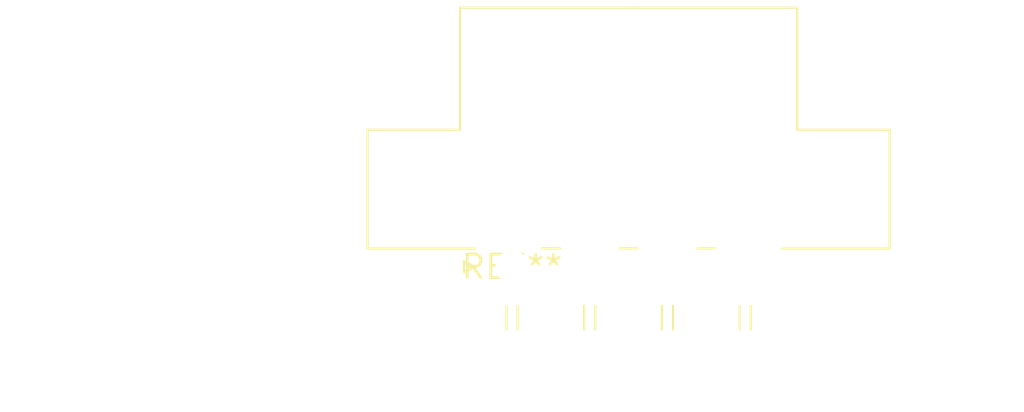
<source format=kicad_pcb>
(kicad_pcb (version 20240108) (generator pcbnew)
  (layers (0 "F.Cu" signal) (31 "B.Cu" signal) (34 "B.Paste" user) (35 "F.Paste" user) (36 "B.SilkS" user "B.Silkscreen") (37 "F.SilkS" user "F.Silkscreen") (38 "B.Mask" user) (39 "F.Mask" user) (44 "Edge.Cuts" user))
  (net 0 "")
  (footprint "Molex_Mini-Fit_Jr_5569-08A1_2x04_P4.20mm_Horizontal" (layer "F.Cu") (at 0 0)
    (property "Reference" "REF**")
    (property "Value" "Molex_Mini-Fit_Jr_5569-08A1_2x04_P4.20mm_Horizontal")
    (fp_line (start -7.81 -7.41) (end -7.81 -0.99) (layer "F.SilkS") (stroke (width 0.12)))
    (fp_line (start -7.81 -0.99) (end -2 -0.99) (layer "F.SilkS") (stroke (width 0.12)))
    (fp_line (start -2.81 -14.01) (end -2.81 -7.41) (layer "F.SilkS") (stroke (width 0.12)))
    (fp_line (start -2.81 -7.41) (end -7.81 -7.41) (layer "F.SilkS") (stroke (width 0.12)))
    (fp_line (start -2.6 -0.3) (end -2 0) (layer "F.SilkS") (stroke (width 0.12)))
    (fp_line (start -2.6 0.3) (end -2.6 -0.3) (layer "F.SilkS") (stroke (width 0.12)))
    (fp_line (start -2 0) (end -2.6 0.3) (layer "F.SilkS") (stroke (width 0.12)))
    (fp_line (start -0.3 2.11) (end -0.3 3.39) (layer "F.SilkS") (stroke (width 0.12)))
    (fp_line (start 0.3 2.11) (end 0.3 3.39) (layer "F.SilkS") (stroke (width 0.12)))
    (fp_line (start 1.61 -1) (end 2.59 -1) (layer "F.SilkS") (stroke (width 0.12)))
    (fp_line (start 3.9 2.11) (end 3.9 3.39) (layer "F.SilkS") (stroke (width 0.12)))
    (fp_line (start 4.5 2.11) (end 4.5 3.39) (layer "F.SilkS") (stroke (width 0.12)))
    (fp_line (start 5.81 -1) (end 6.79 -1) (layer "F.SilkS") (stroke (width 0.12)))
    (fp_line (start 6.3 -14.01) (end -2.81 -14.01) (layer "F.SilkS") (stroke (width 0.12)))
    (fp_line (start 6.3 -14.01) (end 15.41 -14.01) (layer "F.SilkS") (stroke (width 0.12)))
    (fp_line (start 8.1 2.11) (end 8.1 3.39) (layer "F.SilkS") (stroke (width 0.12)))
    (fp_line (start 8.7 2.11) (end 8.7 3.39) (layer "F.SilkS") (stroke (width 0.12)))
    (fp_line (start 10.01 -1) (end 10.99 -1) (layer "F.SilkS") (stroke (width 0.12)))
    (fp_line (start 12.3 2.11) (end 12.3 3.39) (layer "F.SilkS") (stroke (width 0.12)))
    (fp_line (start 12.9 2.11) (end 12.9 3.39) (layer "F.SilkS") (stroke (width 0.12)))
    (fp_line (start 15.41 -14.01) (end 15.41 -7.41) (layer "F.SilkS") (stroke (width 0.12)))
    (fp_line (start 15.41 -7.41) (end 20.41 -7.41) (layer "F.SilkS") (stroke (width 0.12)))
    (fp_line (start 20.41 -7.41) (end 20.41 -0.99) (layer "F.SilkS") (stroke (width 0.12)))
    (fp_line (start 20.41 -0.99) (end 14.6 -0.99) (layer "F.SilkS") (stroke (width 0.12)))
    (pad "" np_thru_hole circle (at -4.5 -4.2) (size 3.2 3.2) (drill 3.2) (layers *.Cu *.Mask))
    (pad "" np_thru_hole circle (at 17.1 -4.2) (size 3.2 3.2) (drill 3.2) (layers *.Cu *.Mask))
    (pad "1" thru_hole roundrect (at 0 0) (size 2.7 3.7) (drill 1.8) (layers *.Cu *.Mask) (remove_unused_layers) (roundrect_rratio 0.092593))
    (pad "2" thru_hole oval (at 4.2 0) (size 2.7 3.7) (drill 1.8) (layers *.Cu *.Mask) (remove_unused_layers))
    (pad "3" thru_hole oval (at 8.4 0) (size 2.7 3.7) (drill 1.8) (layers *.Cu *.Mask) (remove_unused_layers))
    (pad "4" thru_hole oval (at 12.6 0) (size 2.7 3.7) (drill 1.8) (layers *.Cu *.Mask) (remove_unused_layers))
    (pad "5" thru_hole oval (at 0 5.5) (size 2.7 3.7) (drill 1.8) (layers *.Cu *.Mask) (remove_unused_layers))
    (pad "6" thru_hole oval (at 4.2 5.5) (size 2.7 3.7) (drill 1.8) (layers *.Cu *.Mask) (remove_unused_layers))
    (pad "7" thru_hole oval (at 8.4 5.5) (size 2.7 3.7) (drill 1.8) (layers *.Cu *.Mask) (remove_unused_layers))
    (pad "8" thru_hole oval (at 12.6 5.5) (size 2.7 3.7) (drill 1.8) (layers *.Cu *.Mask) (remove_unused_layers))
  )
)
</source>
